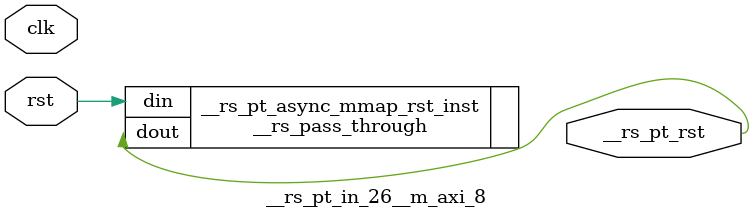
<source format=v>
`timescale 1 ns / 1 ps
/**   Generated by RapidStream   **/
module __rs_pt_in_26__m_axi_8 #(
    parameter BufferSize         = 32,
    parameter BufferSizeLog      = 5,
    parameter AddrWidth          = 64,
    parameter AxiSideAddrWidth   = 64,
    parameter DataWidth          = 512,
    parameter DataWidthBytesLog  = 6,
    parameter WaitTimeWidth      = 4,
    parameter BurstLenWidth      = 8,
    parameter EnableReadChannel  = 1,
    parameter EnableWriteChannel = 1,
    parameter MaxWaitTime        = 3,
    parameter MaxBurstLen        = 15
) (
    output wire __rs_pt_rst,
    input wire  clk,
    input wire  rst
);




__rs_pass_through #(
    .WIDTH (1)
) __rs_pt_async_mmap_rst_inst /**   Generated by RapidStream   **/ (
    .din  (rst),
    .dout (__rs_pt_rst)
);

endmodule  // __rs_pt_in_26__m_axi_8
</source>
